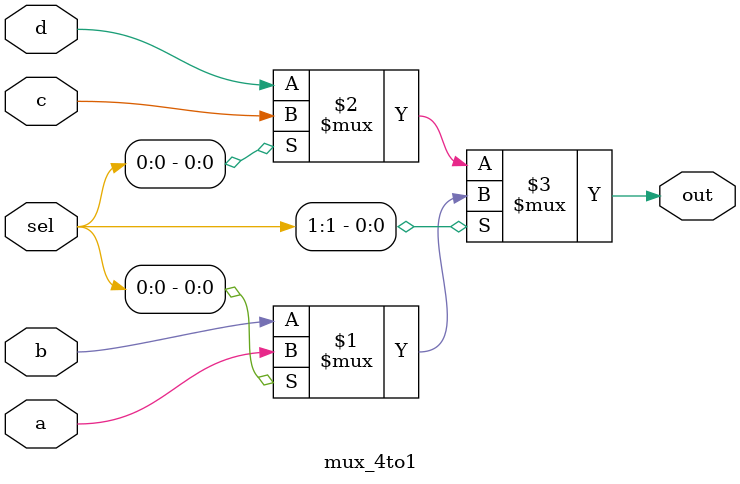
<source format=v>
`timescale 1ns / 1ps


module mux_4to1(
    input a,
    input b,
    input c,
    input d,
    input [1:0] sel,
    output out
    );
    assign out = sel[1] ? (sel[0] ? a : b) : (sel[0] ? c : d);
endmodule

</source>
